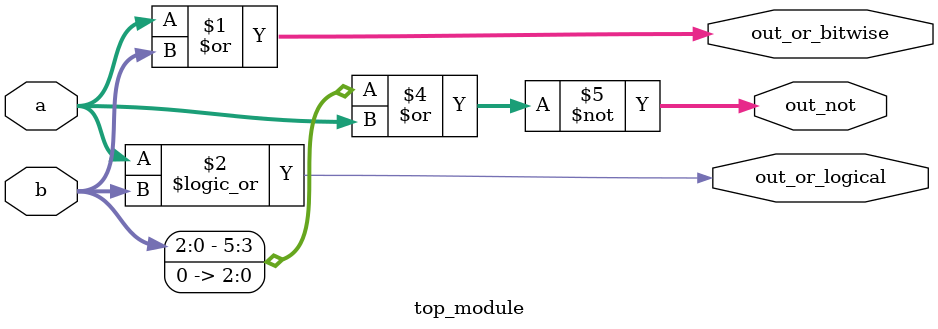
<source format=sv>
module top_module(
  input [2:0] a,
  input [2:0] b,
  output [2:0] out_or_bitwise,
  output out_or_logical,
  output [5:0] out_not
);

  assign out_or_bitwise = a | b;
  assign out_or_logical = (a || b);
  assign out_not = ~(b << 3 | a);

endmodule

</source>
